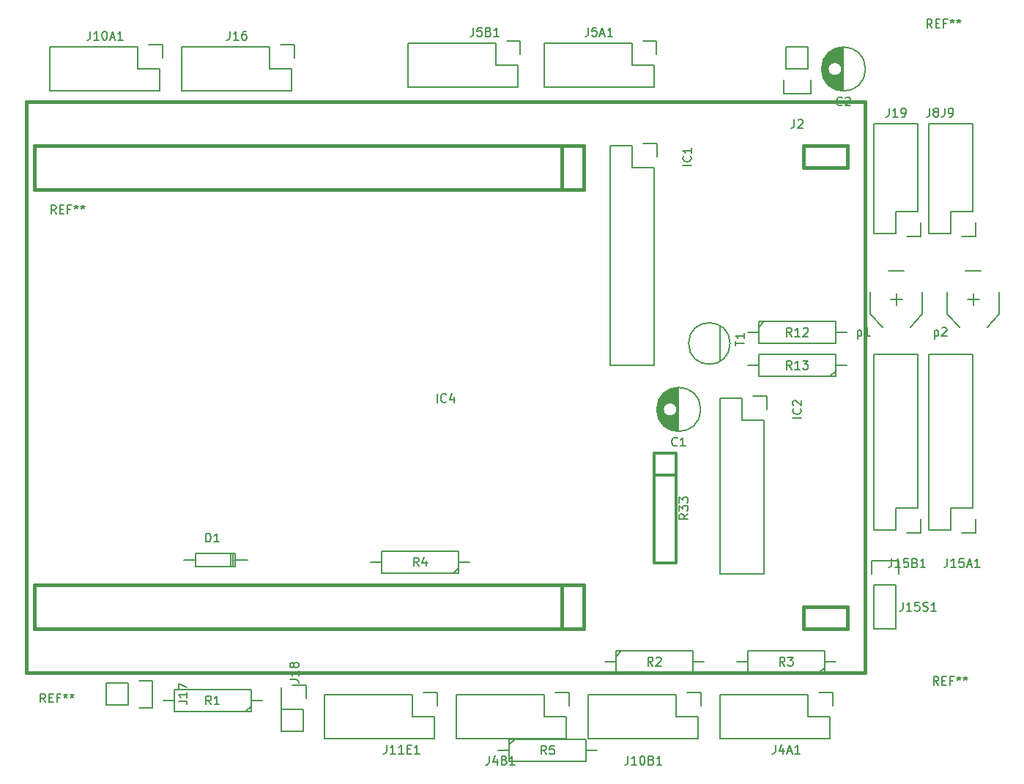
<source format=gbr>
G04 #@! TF.FileFunction,Legend,Top*
%FSLAX46Y46*%
G04 Gerber Fmt 4.6, Leading zero omitted, Abs format (unit mm)*
G04 Created by KiCad (PCBNEW 4.0.2-stable) date 15/07/2016 00:57:05*
%MOMM*%
G01*
G04 APERTURE LIST*
%ADD10C,0.100000*%
%ADD11C,0.381000*%
%ADD12C,0.150000*%
%ADD13C,0.317500*%
%ADD14C,0.304800*%
%ADD15C,0.203200*%
G04 APERTURE END LIST*
D10*
D11*
X201370000Y-106680000D02*
X196290000Y-106680000D01*
X201370000Y-109220000D02*
X201370000Y-106680000D01*
X196290000Y-109220000D02*
X201370000Y-109220000D01*
X196290000Y-106680000D02*
X196290000Y-109220000D01*
X196290000Y-53340000D02*
X196290000Y-55880000D01*
X196290000Y-55880000D02*
X201370000Y-55880000D01*
X201370000Y-55880000D02*
X201370000Y-53340000D01*
X201370000Y-53340000D02*
X196290000Y-53340000D01*
X107390000Y-104140000D02*
X170890000Y-104140000D01*
X170890000Y-104140000D02*
X170890000Y-109220000D01*
X107390000Y-104140000D02*
X107390000Y-109220000D01*
X107390000Y-109220000D02*
X170890000Y-109220000D01*
X168338500Y-104140000D02*
X168338500Y-109220000D01*
X168338500Y-53340000D02*
X168338500Y-58420000D01*
X107390000Y-58420000D02*
X170890000Y-58420000D01*
X203440000Y-48280000D02*
X106440000Y-48280000D01*
X106440000Y-114280000D02*
X203440000Y-114280000D01*
X203440000Y-114280000D02*
X203440000Y-48280000D01*
X106440000Y-114280000D02*
X106440000Y-48280000D01*
X107390000Y-53340000D02*
X107390000Y-58420000D01*
X170890000Y-53340000D02*
X170890000Y-58420000D01*
X107390000Y-53340000D02*
X170890000Y-53340000D01*
D12*
X181805000Y-86319000D02*
X181805000Y-81321000D01*
X181665000Y-86311000D02*
X181665000Y-83974000D01*
X181665000Y-83666000D02*
X181665000Y-81329000D01*
X181525000Y-86295000D02*
X181525000Y-84293000D01*
X181525000Y-83347000D02*
X181525000Y-81345000D01*
X181385000Y-86271000D02*
X181385000Y-84440000D01*
X181385000Y-83200000D02*
X181385000Y-81369000D01*
X181245000Y-86238000D02*
X181245000Y-84532000D01*
X181245000Y-83108000D02*
X181245000Y-81402000D01*
X181105000Y-86197000D02*
X181105000Y-84588000D01*
X181105000Y-83052000D02*
X181105000Y-81443000D01*
X180965000Y-86147000D02*
X180965000Y-84615000D01*
X180965000Y-83025000D02*
X180965000Y-81493000D01*
X180825000Y-86086000D02*
X180825000Y-84618000D01*
X180825000Y-83022000D02*
X180825000Y-81554000D01*
X180685000Y-86016000D02*
X180685000Y-84596000D01*
X180685000Y-83044000D02*
X180685000Y-81624000D01*
X180545000Y-85934000D02*
X180545000Y-84546000D01*
X180545000Y-83094000D02*
X180545000Y-81706000D01*
X180405000Y-85839000D02*
X180405000Y-84464000D01*
X180405000Y-83176000D02*
X180405000Y-81801000D01*
X180265000Y-85728000D02*
X180265000Y-84332000D01*
X180265000Y-83308000D02*
X180265000Y-81912000D01*
X180125000Y-85600000D02*
X180125000Y-84085000D01*
X180125000Y-83555000D02*
X180125000Y-82040000D01*
X179985000Y-85451000D02*
X179985000Y-82189000D01*
X179845000Y-85272000D02*
X179845000Y-82368000D01*
X179705000Y-85053000D02*
X179705000Y-82587000D01*
X179565000Y-84764000D02*
X179565000Y-82876000D01*
X179425000Y-84292000D02*
X179425000Y-83348000D01*
X181680000Y-83820000D02*
G75*
G03X181680000Y-83820000I-800000J0D01*
G01*
X184417500Y-83820000D02*
G75*
G03X184417500Y-83820000I-2537500J0D01*
G01*
X200855000Y-46949000D02*
X200855000Y-41951000D01*
X200715000Y-46941000D02*
X200715000Y-44604000D01*
X200715000Y-44296000D02*
X200715000Y-41959000D01*
X200575000Y-46925000D02*
X200575000Y-44923000D01*
X200575000Y-43977000D02*
X200575000Y-41975000D01*
X200435000Y-46901000D02*
X200435000Y-45070000D01*
X200435000Y-43830000D02*
X200435000Y-41999000D01*
X200295000Y-46868000D02*
X200295000Y-45162000D01*
X200295000Y-43738000D02*
X200295000Y-42032000D01*
X200155000Y-46827000D02*
X200155000Y-45218000D01*
X200155000Y-43682000D02*
X200155000Y-42073000D01*
X200015000Y-46777000D02*
X200015000Y-45245000D01*
X200015000Y-43655000D02*
X200015000Y-42123000D01*
X199875000Y-46716000D02*
X199875000Y-45248000D01*
X199875000Y-43652000D02*
X199875000Y-42184000D01*
X199735000Y-46646000D02*
X199735000Y-45226000D01*
X199735000Y-43674000D02*
X199735000Y-42254000D01*
X199595000Y-46564000D02*
X199595000Y-45176000D01*
X199595000Y-43724000D02*
X199595000Y-42336000D01*
X199455000Y-46469000D02*
X199455000Y-45094000D01*
X199455000Y-43806000D02*
X199455000Y-42431000D01*
X199315000Y-46358000D02*
X199315000Y-44962000D01*
X199315000Y-43938000D02*
X199315000Y-42542000D01*
X199175000Y-46230000D02*
X199175000Y-44715000D01*
X199175000Y-44185000D02*
X199175000Y-42670000D01*
X199035000Y-46081000D02*
X199035000Y-42819000D01*
X198895000Y-45902000D02*
X198895000Y-42998000D01*
X198755000Y-45683000D02*
X198755000Y-43217000D01*
X198615000Y-45394000D02*
X198615000Y-43506000D01*
X198475000Y-44922000D02*
X198475000Y-43978000D01*
X200730000Y-44450000D02*
G75*
G03X200730000Y-44450000I-800000J0D01*
G01*
X203467500Y-44450000D02*
G75*
G03X203467500Y-44450000I-2537500J0D01*
G01*
X126044000Y-101250000D02*
X124647000Y-101250000D01*
X130489000Y-101250000D02*
X132013000Y-101250000D01*
X130108000Y-102012000D02*
X130108000Y-100488000D01*
X130362000Y-102012000D02*
X130362000Y-100488000D01*
X130616000Y-101250000D02*
X130616000Y-100488000D01*
X130616000Y-100488000D02*
X126044000Y-100488000D01*
X126044000Y-100488000D02*
X126044000Y-102012000D01*
X126044000Y-102012000D02*
X130616000Y-102012000D01*
X130616000Y-102012000D02*
X130616000Y-101250000D01*
X173990000Y-78740000D02*
X173990000Y-53340000D01*
X179070000Y-55880000D02*
X179070000Y-78740000D01*
X173990000Y-78740000D02*
X179070000Y-78740000D01*
X173990000Y-53340000D02*
X176530000Y-53340000D01*
X179350000Y-54610000D02*
X179350000Y-53060000D01*
X176530000Y-53340000D02*
X176530000Y-55880000D01*
X176530000Y-55880000D02*
X179070000Y-55880000D01*
X179350000Y-53060000D02*
X177800000Y-53060000D01*
X186690000Y-102870000D02*
X186690000Y-82550000D01*
X191770000Y-85090000D02*
X191770000Y-102870000D01*
X186690000Y-102870000D02*
X191770000Y-102870000D01*
X186690000Y-82550000D02*
X189230000Y-82550000D01*
X192050000Y-83820000D02*
X192050000Y-82270000D01*
X189230000Y-82550000D02*
X189230000Y-85090000D01*
X189230000Y-85090000D02*
X191770000Y-85090000D01*
X192050000Y-82270000D02*
X190500000Y-82270000D01*
X194310000Y-44450000D02*
X194310000Y-41910000D01*
X194030000Y-47270000D02*
X194030000Y-45720000D01*
X194310000Y-44450000D02*
X196850000Y-44450000D01*
X197130000Y-45720000D02*
X197130000Y-47270000D01*
X197130000Y-47270000D02*
X194030000Y-47270000D01*
X196850000Y-44450000D02*
X196850000Y-41910000D01*
X196850000Y-41910000D02*
X194310000Y-41910000D01*
X199390000Y-121920000D02*
X186690000Y-121920000D01*
X186690000Y-121920000D02*
X186690000Y-116840000D01*
X186690000Y-116840000D02*
X196850000Y-116840000D01*
X199390000Y-121920000D02*
X199390000Y-119380000D01*
X199670000Y-118110000D02*
X199670000Y-116560000D01*
X199390000Y-119380000D02*
X196850000Y-119380000D01*
X196850000Y-119380000D02*
X196850000Y-116840000D01*
X199670000Y-116560000D02*
X198120000Y-116560000D01*
X168910000Y-121920000D02*
X156210000Y-121920000D01*
X156210000Y-121920000D02*
X156210000Y-116840000D01*
X156210000Y-116840000D02*
X166370000Y-116840000D01*
X168910000Y-121920000D02*
X168910000Y-119380000D01*
X169190000Y-118110000D02*
X169190000Y-116560000D01*
X168910000Y-119380000D02*
X166370000Y-119380000D01*
X166370000Y-119380000D02*
X166370000Y-116840000D01*
X169190000Y-116560000D02*
X167640000Y-116560000D01*
X179020000Y-46560000D02*
X166320000Y-46560000D01*
X166320000Y-46560000D02*
X166320000Y-41480000D01*
X166320000Y-41480000D02*
X176480000Y-41480000D01*
X179020000Y-46560000D02*
X179020000Y-44020000D01*
X179300000Y-42750000D02*
X179300000Y-41200000D01*
X179020000Y-44020000D02*
X176480000Y-44020000D01*
X176480000Y-44020000D02*
X176480000Y-41480000D01*
X179300000Y-41200000D02*
X177750000Y-41200000D01*
X163270000Y-46560000D02*
X150570000Y-46560000D01*
X150570000Y-46560000D02*
X150570000Y-41480000D01*
X150570000Y-41480000D02*
X160730000Y-41480000D01*
X163270000Y-46560000D02*
X163270000Y-44020000D01*
X163550000Y-42750000D02*
X163550000Y-41200000D01*
X163270000Y-44020000D02*
X160730000Y-44020000D01*
X160730000Y-44020000D02*
X160730000Y-41480000D01*
X163550000Y-41200000D02*
X162000000Y-41200000D01*
X210820000Y-63500000D02*
X210820000Y-50800000D01*
X210820000Y-50800000D02*
X215900000Y-50800000D01*
X215900000Y-50800000D02*
X215900000Y-60960000D01*
X210820000Y-63500000D02*
X213360000Y-63500000D01*
X214630000Y-63780000D02*
X216180000Y-63780000D01*
X213360000Y-63500000D02*
X213360000Y-60960000D01*
X213360000Y-60960000D02*
X215900000Y-60960000D01*
X216180000Y-63780000D02*
X216180000Y-62230000D01*
X121920000Y-46990000D02*
X109220000Y-46990000D01*
X109220000Y-46990000D02*
X109220000Y-41910000D01*
X109220000Y-41910000D02*
X119380000Y-41910000D01*
X121920000Y-46990000D02*
X121920000Y-44450000D01*
X122200000Y-43180000D02*
X122200000Y-41630000D01*
X121920000Y-44450000D02*
X119380000Y-44450000D01*
X119380000Y-44450000D02*
X119380000Y-41910000D01*
X122200000Y-41630000D02*
X120650000Y-41630000D01*
X184150000Y-121920000D02*
X171450000Y-121920000D01*
X171450000Y-121920000D02*
X171450000Y-116840000D01*
X171450000Y-116840000D02*
X181610000Y-116840000D01*
X184150000Y-121920000D02*
X184150000Y-119380000D01*
X184430000Y-118110000D02*
X184430000Y-116560000D01*
X184150000Y-119380000D02*
X181610000Y-119380000D01*
X181610000Y-119380000D02*
X181610000Y-116840000D01*
X184430000Y-116560000D02*
X182880000Y-116560000D01*
X153670000Y-121920000D02*
X140970000Y-121920000D01*
X140970000Y-121920000D02*
X140970000Y-116840000D01*
X140970000Y-116840000D02*
X151130000Y-116840000D01*
X153670000Y-121920000D02*
X153670000Y-119380000D01*
X153950000Y-118110000D02*
X153950000Y-116560000D01*
X153670000Y-119380000D02*
X151130000Y-119380000D01*
X151130000Y-119380000D02*
X151130000Y-116840000D01*
X153950000Y-116560000D02*
X152400000Y-116560000D01*
X210820000Y-77470000D02*
X210820000Y-97790000D01*
X215900000Y-95250000D02*
X215900000Y-77470000D01*
X210820000Y-77470000D02*
X215900000Y-77470000D01*
X210820000Y-97790000D02*
X213360000Y-97790000D01*
X214630000Y-98070000D02*
X216180000Y-98070000D01*
X213360000Y-97790000D02*
X213360000Y-95250000D01*
X213360000Y-95250000D02*
X215900000Y-95250000D01*
X216180000Y-98070000D02*
X216180000Y-96520000D01*
X204470000Y-77470000D02*
X204470000Y-97790000D01*
X209550000Y-95250000D02*
X209550000Y-77470000D01*
X204470000Y-77470000D02*
X209550000Y-77470000D01*
X204470000Y-97790000D02*
X207010000Y-97790000D01*
X208280000Y-98070000D02*
X209830000Y-98070000D01*
X207010000Y-97790000D02*
X207010000Y-95250000D01*
X207010000Y-95250000D02*
X209550000Y-95250000D01*
X209830000Y-98070000D02*
X209830000Y-96520000D01*
X204470000Y-104140000D02*
X204470000Y-109220000D01*
X204470000Y-109220000D02*
X207010000Y-109220000D01*
X207010000Y-109220000D02*
X207010000Y-104140000D01*
X207290000Y-101320000D02*
X207290000Y-102870000D01*
X207010000Y-104140000D02*
X204470000Y-104140000D01*
X204190000Y-102870000D02*
X204190000Y-101320000D01*
X204190000Y-101320000D02*
X207290000Y-101320000D01*
X137160000Y-46990000D02*
X124460000Y-46990000D01*
X124460000Y-46990000D02*
X124460000Y-41910000D01*
X124460000Y-41910000D02*
X134620000Y-41910000D01*
X137160000Y-46990000D02*
X137160000Y-44450000D01*
X137440000Y-43180000D02*
X137440000Y-41630000D01*
X137160000Y-44450000D02*
X134620000Y-44450000D01*
X134620000Y-44450000D02*
X134620000Y-41910000D01*
X137440000Y-41630000D02*
X135890000Y-41630000D01*
X118230000Y-118020000D02*
X115690000Y-118020000D01*
X121050000Y-118300000D02*
X119500000Y-118300000D01*
X118230000Y-118020000D02*
X118230000Y-115480000D01*
X119500000Y-115200000D02*
X121050000Y-115200000D01*
X121050000Y-115200000D02*
X121050000Y-118300000D01*
X118230000Y-115480000D02*
X115690000Y-115480000D01*
X115690000Y-115480000D02*
X115690000Y-118020000D01*
X204470000Y-63500000D02*
X204470000Y-50800000D01*
X204470000Y-50800000D02*
X209550000Y-50800000D01*
X209550000Y-50800000D02*
X209550000Y-60960000D01*
X204470000Y-63500000D02*
X207010000Y-63500000D01*
X208280000Y-63780000D02*
X209830000Y-63780000D01*
X207010000Y-63500000D02*
X207010000Y-60960000D01*
X207010000Y-60960000D02*
X209550000Y-60960000D01*
X209830000Y-63780000D02*
X209830000Y-62230000D01*
D13*
X181610000Y-88900000D02*
X181610000Y-101600000D01*
X179070000Y-101600000D02*
X179070000Y-88900000D01*
D14*
X181610000Y-91440000D02*
X179070000Y-91440000D01*
D13*
X181610000Y-101600000D02*
X179070000Y-101600000D01*
D14*
X179070000Y-88900000D02*
X181610000Y-88900000D01*
D12*
X132445000Y-118770000D02*
X132445000Y-116230000D01*
X132445000Y-116230000D02*
X123555000Y-116230000D01*
X123555000Y-116230000D02*
X123555000Y-118770000D01*
X123555000Y-118770000D02*
X132445000Y-118770000D01*
X132445000Y-118135000D02*
X131810000Y-118770000D01*
X132445000Y-117500000D02*
X133715000Y-117500000D01*
X123555000Y-117500000D02*
X122285000Y-117500000D01*
X198755000Y-114300000D02*
X198755000Y-111760000D01*
X198755000Y-111760000D02*
X189865000Y-111760000D01*
X189865000Y-111760000D02*
X189865000Y-114300000D01*
X189865000Y-114300000D02*
X198755000Y-114300000D01*
X198755000Y-113665000D02*
X198120000Y-114300000D01*
X198755000Y-113030000D02*
X200025000Y-113030000D01*
X189865000Y-113030000D02*
X188595000Y-113030000D01*
X162305000Y-121980000D02*
X162305000Y-124520000D01*
X162305000Y-124520000D02*
X171195000Y-124520000D01*
X171195000Y-124520000D02*
X171195000Y-121980000D01*
X171195000Y-121980000D02*
X162305000Y-121980000D01*
X162305000Y-122615000D02*
X162940000Y-121980000D01*
X162305000Y-123250000D02*
X161035000Y-123250000D01*
X171195000Y-123250000D02*
X172465000Y-123250000D01*
X200025000Y-80010000D02*
X200025000Y-77470000D01*
X200025000Y-77470000D02*
X191135000Y-77470000D01*
X191135000Y-77470000D02*
X191135000Y-80010000D01*
X191135000Y-80010000D02*
X200025000Y-80010000D01*
X200025000Y-79375000D02*
X199390000Y-80010000D01*
X200025000Y-78740000D02*
X201295000Y-78740000D01*
X191135000Y-78740000D02*
X189865000Y-78740000D01*
X156445000Y-102770000D02*
X156445000Y-100230000D01*
X156445000Y-100230000D02*
X147555000Y-100230000D01*
X147555000Y-100230000D02*
X147555000Y-102770000D01*
X147555000Y-102770000D02*
X156445000Y-102770000D01*
X156445000Y-102135000D02*
X155810000Y-102770000D01*
X156445000Y-101500000D02*
X157715000Y-101500000D01*
X147555000Y-101500000D02*
X146285000Y-101500000D01*
X174625000Y-111760000D02*
X174625000Y-114300000D01*
X174625000Y-114300000D02*
X183515000Y-114300000D01*
X183515000Y-114300000D02*
X183515000Y-111760000D01*
X183515000Y-111760000D02*
X174625000Y-111760000D01*
X174625000Y-112395000D02*
X175260000Y-111760000D01*
X174625000Y-113030000D02*
X173355000Y-113030000D01*
X183515000Y-113030000D02*
X184785000Y-113030000D01*
X191135000Y-73660000D02*
X191135000Y-76200000D01*
X191135000Y-76200000D02*
X200025000Y-76200000D01*
X200025000Y-76200000D02*
X200025000Y-73660000D01*
X200025000Y-73660000D02*
X191135000Y-73660000D01*
X191135000Y-74295000D02*
X191770000Y-73660000D01*
X191135000Y-74930000D02*
X189865000Y-74930000D01*
X200025000Y-74930000D02*
X201295000Y-74930000D01*
X216839800Y-67828160D02*
X215041480Y-67828160D01*
X215940640Y-70378320D02*
X215940640Y-71780400D01*
X216641680Y-71079360D02*
X215239600Y-71079360D01*
X214340440Y-74330560D02*
X212940900Y-72778620D01*
X212940900Y-72778620D02*
X212940900Y-70279260D01*
X217540840Y-74330560D02*
X218940380Y-72778620D01*
X218940380Y-72778620D02*
X218940380Y-70279260D01*
X207949800Y-67828160D02*
X206151480Y-67828160D01*
X207050640Y-70378320D02*
X207050640Y-71780400D01*
X207751680Y-71079360D02*
X206349600Y-71079360D01*
X205450440Y-74330560D02*
X204050900Y-72778620D01*
X204050900Y-72778620D02*
X204050900Y-70279260D01*
X208650840Y-74330560D02*
X210050380Y-72778620D01*
X210050380Y-72778620D02*
X210050380Y-70279260D01*
X137250000Y-115700000D02*
X138800000Y-115700000D01*
X138800000Y-117250000D02*
X138800000Y-115700000D01*
X135980000Y-115980000D02*
X135980000Y-118520000D01*
X138520000Y-121060000D02*
X138520000Y-118520000D01*
X138520000Y-118520000D02*
X135980000Y-118520000D01*
X135980000Y-118520000D02*
X135980000Y-121060000D01*
X135980000Y-121060000D02*
X138520000Y-121060000D01*
X186690000Y-78232000D02*
X186690000Y-74168000D01*
X187816231Y-76200000D02*
G75*
G03X187816231Y-76200000I-2396231J0D01*
G01*
X109916667Y-61202381D02*
X109583333Y-60726190D01*
X109345238Y-61202381D02*
X109345238Y-60202381D01*
X109726191Y-60202381D01*
X109821429Y-60250000D01*
X109869048Y-60297619D01*
X109916667Y-60392857D01*
X109916667Y-60535714D01*
X109869048Y-60630952D01*
X109821429Y-60678571D01*
X109726191Y-60726190D01*
X109345238Y-60726190D01*
X110345238Y-60678571D02*
X110678572Y-60678571D01*
X110821429Y-61202381D02*
X110345238Y-61202381D01*
X110345238Y-60202381D01*
X110821429Y-60202381D01*
X111583334Y-60678571D02*
X111250000Y-60678571D01*
X111250000Y-61202381D02*
X111250000Y-60202381D01*
X111726191Y-60202381D01*
X112250000Y-60202381D02*
X112250000Y-60440476D01*
X112011905Y-60345238D02*
X112250000Y-60440476D01*
X112488096Y-60345238D01*
X112107143Y-60630952D02*
X112250000Y-60440476D01*
X112392858Y-60630952D01*
X113011905Y-60202381D02*
X113011905Y-60440476D01*
X112773810Y-60345238D02*
X113011905Y-60440476D01*
X113250001Y-60345238D01*
X112869048Y-60630952D02*
X113011905Y-60440476D01*
X113154763Y-60630952D01*
D15*
X153948191Y-83009619D02*
X153948191Y-81993619D01*
X155012572Y-82912857D02*
X154964191Y-82961238D01*
X154819048Y-83009619D01*
X154722286Y-83009619D01*
X154577144Y-82961238D01*
X154480382Y-82864476D01*
X154432001Y-82767714D01*
X154383620Y-82574190D01*
X154383620Y-82429048D01*
X154432001Y-82235524D01*
X154480382Y-82138762D01*
X154577144Y-82042000D01*
X154722286Y-81993619D01*
X154819048Y-81993619D01*
X154964191Y-82042000D01*
X155012572Y-82090381D01*
X155883429Y-82332286D02*
X155883429Y-83009619D01*
X155641525Y-81945238D02*
X155399620Y-82670952D01*
X156028572Y-82670952D01*
D12*
X181713334Y-87977143D02*
X181665715Y-88024762D01*
X181522858Y-88072381D01*
X181427620Y-88072381D01*
X181284762Y-88024762D01*
X181189524Y-87929524D01*
X181141905Y-87834286D01*
X181094286Y-87643810D01*
X181094286Y-87500952D01*
X181141905Y-87310476D01*
X181189524Y-87215238D01*
X181284762Y-87120000D01*
X181427620Y-87072381D01*
X181522858Y-87072381D01*
X181665715Y-87120000D01*
X181713334Y-87167619D01*
X182665715Y-88072381D02*
X182094286Y-88072381D01*
X182380000Y-88072381D02*
X182380000Y-87072381D01*
X182284762Y-87215238D01*
X182189524Y-87310476D01*
X182094286Y-87358095D01*
X200763334Y-48607143D02*
X200715715Y-48654762D01*
X200572858Y-48702381D01*
X200477620Y-48702381D01*
X200334762Y-48654762D01*
X200239524Y-48559524D01*
X200191905Y-48464286D01*
X200144286Y-48273810D01*
X200144286Y-48130952D01*
X200191905Y-47940476D01*
X200239524Y-47845238D01*
X200334762Y-47750000D01*
X200477620Y-47702381D01*
X200572858Y-47702381D01*
X200715715Y-47750000D01*
X200763334Y-47797619D01*
X201144286Y-47797619D02*
X201191905Y-47750000D01*
X201287143Y-47702381D01*
X201525239Y-47702381D01*
X201620477Y-47750000D01*
X201668096Y-47797619D01*
X201715715Y-47892857D01*
X201715715Y-47988095D01*
X201668096Y-48130952D01*
X201096667Y-48702381D01*
X201715715Y-48702381D01*
X127241905Y-99162381D02*
X127241905Y-98162381D01*
X127480000Y-98162381D01*
X127622858Y-98210000D01*
X127718096Y-98305238D01*
X127765715Y-98400476D01*
X127813334Y-98590952D01*
X127813334Y-98733810D01*
X127765715Y-98924286D01*
X127718096Y-99019524D01*
X127622858Y-99114762D01*
X127480000Y-99162381D01*
X127241905Y-99162381D01*
X128765715Y-99162381D02*
X128194286Y-99162381D01*
X128480000Y-99162381D02*
X128480000Y-98162381D01*
X128384762Y-98305238D01*
X128289524Y-98400476D01*
X128194286Y-98448095D01*
X183352381Y-55586190D02*
X182352381Y-55586190D01*
X183257143Y-54538571D02*
X183304762Y-54586190D01*
X183352381Y-54729047D01*
X183352381Y-54824285D01*
X183304762Y-54967143D01*
X183209524Y-55062381D01*
X183114286Y-55110000D01*
X182923810Y-55157619D01*
X182780952Y-55157619D01*
X182590476Y-55110000D01*
X182495238Y-55062381D01*
X182400000Y-54967143D01*
X182352381Y-54824285D01*
X182352381Y-54729047D01*
X182400000Y-54586190D01*
X182447619Y-54538571D01*
X183352381Y-53586190D02*
X183352381Y-54157619D01*
X183352381Y-53871905D02*
X182352381Y-53871905D01*
X182495238Y-53967143D01*
X182590476Y-54062381D01*
X182638095Y-54157619D01*
X196052381Y-84796190D02*
X195052381Y-84796190D01*
X195957143Y-83748571D02*
X196004762Y-83796190D01*
X196052381Y-83939047D01*
X196052381Y-84034285D01*
X196004762Y-84177143D01*
X195909524Y-84272381D01*
X195814286Y-84320000D01*
X195623810Y-84367619D01*
X195480952Y-84367619D01*
X195290476Y-84320000D01*
X195195238Y-84272381D01*
X195100000Y-84177143D01*
X195052381Y-84034285D01*
X195052381Y-83939047D01*
X195100000Y-83796190D01*
X195147619Y-83748571D01*
X195147619Y-83367619D02*
X195100000Y-83320000D01*
X195052381Y-83224762D01*
X195052381Y-82986666D01*
X195100000Y-82891428D01*
X195147619Y-82843809D01*
X195242857Y-82796190D01*
X195338095Y-82796190D01*
X195480952Y-82843809D01*
X196052381Y-83415238D01*
X196052381Y-82796190D01*
X195246667Y-50272381D02*
X195246667Y-50986667D01*
X195199047Y-51129524D01*
X195103809Y-51224762D01*
X194960952Y-51272381D01*
X194865714Y-51272381D01*
X195675238Y-50367619D02*
X195722857Y-50320000D01*
X195818095Y-50272381D01*
X196056191Y-50272381D01*
X196151429Y-50320000D01*
X196199048Y-50367619D01*
X196246667Y-50462857D01*
X196246667Y-50558095D01*
X196199048Y-50700952D01*
X195627619Y-51272381D01*
X196246667Y-51272381D01*
X193071905Y-122642381D02*
X193071905Y-123356667D01*
X193024285Y-123499524D01*
X192929047Y-123594762D01*
X192786190Y-123642381D01*
X192690952Y-123642381D01*
X193976667Y-122975714D02*
X193976667Y-123642381D01*
X193738571Y-122594762D02*
X193500476Y-123309048D01*
X194119524Y-123309048D01*
X194452857Y-123356667D02*
X194929048Y-123356667D01*
X194357619Y-123642381D02*
X194690952Y-122642381D01*
X195024286Y-123642381D01*
X195881429Y-123642381D02*
X195310000Y-123642381D01*
X195595714Y-123642381D02*
X195595714Y-122642381D01*
X195500476Y-122785238D01*
X195405238Y-122880476D01*
X195310000Y-122928095D01*
X159980477Y-123912381D02*
X159980477Y-124626667D01*
X159932857Y-124769524D01*
X159837619Y-124864762D01*
X159694762Y-124912381D01*
X159599524Y-124912381D01*
X160885239Y-124245714D02*
X160885239Y-124912381D01*
X160647143Y-123864762D02*
X160409048Y-124579048D01*
X161028096Y-124579048D01*
X161742382Y-124388571D02*
X161885239Y-124436190D01*
X161932858Y-124483810D01*
X161980477Y-124579048D01*
X161980477Y-124721905D01*
X161932858Y-124817143D01*
X161885239Y-124864762D01*
X161790001Y-124912381D01*
X161409048Y-124912381D01*
X161409048Y-123912381D01*
X161742382Y-123912381D01*
X161837620Y-123960000D01*
X161885239Y-124007619D01*
X161932858Y-124102857D01*
X161932858Y-124198095D01*
X161885239Y-124293333D01*
X161837620Y-124340952D01*
X161742382Y-124388571D01*
X161409048Y-124388571D01*
X162932858Y-124912381D02*
X162361429Y-124912381D01*
X162647143Y-124912381D02*
X162647143Y-123912381D01*
X162551905Y-124055238D01*
X162456667Y-124150476D01*
X162361429Y-124198095D01*
X171431905Y-39662381D02*
X171431905Y-40376667D01*
X171384285Y-40519524D01*
X171289047Y-40614762D01*
X171146190Y-40662381D01*
X171050952Y-40662381D01*
X172384286Y-39662381D02*
X171908095Y-39662381D01*
X171860476Y-40138571D01*
X171908095Y-40090952D01*
X172003333Y-40043333D01*
X172241429Y-40043333D01*
X172336667Y-40090952D01*
X172384286Y-40138571D01*
X172431905Y-40233810D01*
X172431905Y-40471905D01*
X172384286Y-40567143D01*
X172336667Y-40614762D01*
X172241429Y-40662381D01*
X172003333Y-40662381D01*
X171908095Y-40614762D01*
X171860476Y-40567143D01*
X172812857Y-40376667D02*
X173289048Y-40376667D01*
X172717619Y-40662381D02*
X173050952Y-39662381D01*
X173384286Y-40662381D01*
X174241429Y-40662381D02*
X173670000Y-40662381D01*
X173955714Y-40662381D02*
X173955714Y-39662381D01*
X173860476Y-39805238D01*
X173765238Y-39900476D01*
X173670000Y-39948095D01*
X158150477Y-39662381D02*
X158150477Y-40376667D01*
X158102857Y-40519524D01*
X158007619Y-40614762D01*
X157864762Y-40662381D01*
X157769524Y-40662381D01*
X159102858Y-39662381D02*
X158626667Y-39662381D01*
X158579048Y-40138571D01*
X158626667Y-40090952D01*
X158721905Y-40043333D01*
X158960001Y-40043333D01*
X159055239Y-40090952D01*
X159102858Y-40138571D01*
X159150477Y-40233810D01*
X159150477Y-40471905D01*
X159102858Y-40567143D01*
X159055239Y-40614762D01*
X158960001Y-40662381D01*
X158721905Y-40662381D01*
X158626667Y-40614762D01*
X158579048Y-40567143D01*
X159912382Y-40138571D02*
X160055239Y-40186190D01*
X160102858Y-40233810D01*
X160150477Y-40329048D01*
X160150477Y-40471905D01*
X160102858Y-40567143D01*
X160055239Y-40614762D01*
X159960001Y-40662381D01*
X159579048Y-40662381D01*
X159579048Y-39662381D01*
X159912382Y-39662381D01*
X160007620Y-39710000D01*
X160055239Y-39757619D01*
X160102858Y-39852857D01*
X160102858Y-39948095D01*
X160055239Y-40043333D01*
X160007620Y-40090952D01*
X159912382Y-40138571D01*
X159579048Y-40138571D01*
X161102858Y-40662381D02*
X160531429Y-40662381D01*
X160817143Y-40662381D02*
X160817143Y-39662381D01*
X160721905Y-39805238D01*
X160626667Y-39900476D01*
X160531429Y-39948095D01*
X210899524Y-48982381D02*
X210899524Y-49696667D01*
X210851904Y-49839524D01*
X210756666Y-49934762D01*
X210613809Y-49982381D01*
X210518571Y-49982381D01*
X211518571Y-49410952D02*
X211423333Y-49363333D01*
X211375714Y-49315714D01*
X211328095Y-49220476D01*
X211328095Y-49172857D01*
X211375714Y-49077619D01*
X211423333Y-49030000D01*
X211518571Y-48982381D01*
X211709048Y-48982381D01*
X211804286Y-49030000D01*
X211851905Y-49077619D01*
X211899524Y-49172857D01*
X211899524Y-49220476D01*
X211851905Y-49315714D01*
X211804286Y-49363333D01*
X211709048Y-49410952D01*
X211518571Y-49410952D01*
X211423333Y-49458571D01*
X211375714Y-49506190D01*
X211328095Y-49601429D01*
X211328095Y-49791905D01*
X211375714Y-49887143D01*
X211423333Y-49934762D01*
X211518571Y-49982381D01*
X211709048Y-49982381D01*
X211804286Y-49934762D01*
X211851905Y-49887143D01*
X211899524Y-49791905D01*
X211899524Y-49601429D01*
X211851905Y-49506190D01*
X211804286Y-49458571D01*
X211709048Y-49410952D01*
X212613810Y-48982381D02*
X212613810Y-49696667D01*
X212566190Y-49839524D01*
X212470952Y-49934762D01*
X212328095Y-49982381D01*
X212232857Y-49982381D01*
X213137619Y-49982381D02*
X213328095Y-49982381D01*
X213423334Y-49934762D01*
X213470953Y-49887143D01*
X213566191Y-49744286D01*
X213613810Y-49553810D01*
X213613810Y-49172857D01*
X213566191Y-49077619D01*
X213518572Y-49030000D01*
X213423334Y-48982381D01*
X213232857Y-48982381D01*
X213137619Y-49030000D01*
X213090000Y-49077619D01*
X213042381Y-49172857D01*
X213042381Y-49410952D01*
X213090000Y-49506190D01*
X213137619Y-49553810D01*
X213232857Y-49601429D01*
X213423334Y-49601429D01*
X213518572Y-49553810D01*
X213566191Y-49506190D01*
X213613810Y-49410952D01*
X113855715Y-40092381D02*
X113855715Y-40806667D01*
X113808095Y-40949524D01*
X113712857Y-41044762D01*
X113570000Y-41092381D01*
X113474762Y-41092381D01*
X114855715Y-41092381D02*
X114284286Y-41092381D01*
X114570000Y-41092381D02*
X114570000Y-40092381D01*
X114474762Y-40235238D01*
X114379524Y-40330476D01*
X114284286Y-40378095D01*
X115474762Y-40092381D02*
X115570001Y-40092381D01*
X115665239Y-40140000D01*
X115712858Y-40187619D01*
X115760477Y-40282857D01*
X115808096Y-40473333D01*
X115808096Y-40711429D01*
X115760477Y-40901905D01*
X115712858Y-40997143D01*
X115665239Y-41044762D01*
X115570001Y-41092381D01*
X115474762Y-41092381D01*
X115379524Y-41044762D01*
X115331905Y-40997143D01*
X115284286Y-40901905D01*
X115236667Y-40711429D01*
X115236667Y-40473333D01*
X115284286Y-40282857D01*
X115331905Y-40187619D01*
X115379524Y-40140000D01*
X115474762Y-40092381D01*
X116189048Y-40806667D02*
X116665239Y-40806667D01*
X116093810Y-41092381D02*
X116427143Y-40092381D01*
X116760477Y-41092381D01*
X117617620Y-41092381D02*
X117046191Y-41092381D01*
X117331905Y-41092381D02*
X117331905Y-40092381D01*
X117236667Y-40235238D01*
X117141429Y-40330476D01*
X117046191Y-40378095D01*
X176014286Y-123912381D02*
X176014286Y-124626667D01*
X175966666Y-124769524D01*
X175871428Y-124864762D01*
X175728571Y-124912381D01*
X175633333Y-124912381D01*
X177014286Y-124912381D02*
X176442857Y-124912381D01*
X176728571Y-124912381D02*
X176728571Y-123912381D01*
X176633333Y-124055238D01*
X176538095Y-124150476D01*
X176442857Y-124198095D01*
X177633333Y-123912381D02*
X177728572Y-123912381D01*
X177823810Y-123960000D01*
X177871429Y-124007619D01*
X177919048Y-124102857D01*
X177966667Y-124293333D01*
X177966667Y-124531429D01*
X177919048Y-124721905D01*
X177871429Y-124817143D01*
X177823810Y-124864762D01*
X177728572Y-124912381D01*
X177633333Y-124912381D01*
X177538095Y-124864762D01*
X177490476Y-124817143D01*
X177442857Y-124721905D01*
X177395238Y-124531429D01*
X177395238Y-124293333D01*
X177442857Y-124102857D01*
X177490476Y-124007619D01*
X177538095Y-123960000D01*
X177633333Y-123912381D01*
X178728572Y-124388571D02*
X178871429Y-124436190D01*
X178919048Y-124483810D01*
X178966667Y-124579048D01*
X178966667Y-124721905D01*
X178919048Y-124817143D01*
X178871429Y-124864762D01*
X178776191Y-124912381D01*
X178395238Y-124912381D01*
X178395238Y-123912381D01*
X178728572Y-123912381D01*
X178823810Y-123960000D01*
X178871429Y-124007619D01*
X178919048Y-124102857D01*
X178919048Y-124198095D01*
X178871429Y-124293333D01*
X178823810Y-124340952D01*
X178728572Y-124388571D01*
X178395238Y-124388571D01*
X179919048Y-124912381D02*
X179347619Y-124912381D01*
X179633333Y-124912381D02*
X179633333Y-123912381D01*
X179538095Y-124055238D01*
X179442857Y-124150476D01*
X179347619Y-124198095D01*
X148121905Y-122642381D02*
X148121905Y-123356667D01*
X148074285Y-123499524D01*
X147979047Y-123594762D01*
X147836190Y-123642381D01*
X147740952Y-123642381D01*
X149121905Y-123642381D02*
X148550476Y-123642381D01*
X148836190Y-123642381D02*
X148836190Y-122642381D01*
X148740952Y-122785238D01*
X148645714Y-122880476D01*
X148550476Y-122928095D01*
X150074286Y-123642381D02*
X149502857Y-123642381D01*
X149788571Y-123642381D02*
X149788571Y-122642381D01*
X149693333Y-122785238D01*
X149598095Y-122880476D01*
X149502857Y-122928095D01*
X150502857Y-123118571D02*
X150836191Y-123118571D01*
X150979048Y-123642381D02*
X150502857Y-123642381D01*
X150502857Y-122642381D01*
X150979048Y-122642381D01*
X151931429Y-123642381D02*
X151360000Y-123642381D01*
X151645714Y-123642381D02*
X151645714Y-122642381D01*
X151550476Y-122785238D01*
X151455238Y-122880476D01*
X151360000Y-122928095D01*
X212915715Y-101072381D02*
X212915715Y-101786667D01*
X212868095Y-101929524D01*
X212772857Y-102024762D01*
X212630000Y-102072381D01*
X212534762Y-102072381D01*
X213915715Y-102072381D02*
X213344286Y-102072381D01*
X213630000Y-102072381D02*
X213630000Y-101072381D01*
X213534762Y-101215238D01*
X213439524Y-101310476D01*
X213344286Y-101358095D01*
X214820477Y-101072381D02*
X214344286Y-101072381D01*
X214296667Y-101548571D01*
X214344286Y-101500952D01*
X214439524Y-101453333D01*
X214677620Y-101453333D01*
X214772858Y-101500952D01*
X214820477Y-101548571D01*
X214868096Y-101643810D01*
X214868096Y-101881905D01*
X214820477Y-101977143D01*
X214772858Y-102024762D01*
X214677620Y-102072381D01*
X214439524Y-102072381D01*
X214344286Y-102024762D01*
X214296667Y-101977143D01*
X215249048Y-101786667D02*
X215725239Y-101786667D01*
X215153810Y-102072381D02*
X215487143Y-101072381D01*
X215820477Y-102072381D01*
X216677620Y-102072381D02*
X216106191Y-102072381D01*
X216391905Y-102072381D02*
X216391905Y-101072381D01*
X216296667Y-101215238D01*
X216201429Y-101310476D01*
X216106191Y-101358095D01*
X206494286Y-101072381D02*
X206494286Y-101786667D01*
X206446666Y-101929524D01*
X206351428Y-102024762D01*
X206208571Y-102072381D01*
X206113333Y-102072381D01*
X207494286Y-102072381D02*
X206922857Y-102072381D01*
X207208571Y-102072381D02*
X207208571Y-101072381D01*
X207113333Y-101215238D01*
X207018095Y-101310476D01*
X206922857Y-101358095D01*
X208399048Y-101072381D02*
X207922857Y-101072381D01*
X207875238Y-101548571D01*
X207922857Y-101500952D01*
X208018095Y-101453333D01*
X208256191Y-101453333D01*
X208351429Y-101500952D01*
X208399048Y-101548571D01*
X208446667Y-101643810D01*
X208446667Y-101881905D01*
X208399048Y-101977143D01*
X208351429Y-102024762D01*
X208256191Y-102072381D01*
X208018095Y-102072381D01*
X207922857Y-102024762D01*
X207875238Y-101977143D01*
X209208572Y-101548571D02*
X209351429Y-101596190D01*
X209399048Y-101643810D01*
X209446667Y-101739048D01*
X209446667Y-101881905D01*
X209399048Y-101977143D01*
X209351429Y-102024762D01*
X209256191Y-102072381D01*
X208875238Y-102072381D01*
X208875238Y-101072381D01*
X209208572Y-101072381D01*
X209303810Y-101120000D01*
X209351429Y-101167619D01*
X209399048Y-101262857D01*
X209399048Y-101358095D01*
X209351429Y-101453333D01*
X209303810Y-101500952D01*
X209208572Y-101548571D01*
X208875238Y-101548571D01*
X210399048Y-102072381D02*
X209827619Y-102072381D01*
X210113333Y-102072381D02*
X210113333Y-101072381D01*
X210018095Y-101215238D01*
X209922857Y-101310476D01*
X209827619Y-101358095D01*
X207788096Y-106132381D02*
X207788096Y-106846667D01*
X207740476Y-106989524D01*
X207645238Y-107084762D01*
X207502381Y-107132381D01*
X207407143Y-107132381D01*
X208788096Y-107132381D02*
X208216667Y-107132381D01*
X208502381Y-107132381D02*
X208502381Y-106132381D01*
X208407143Y-106275238D01*
X208311905Y-106370476D01*
X208216667Y-106418095D01*
X209692858Y-106132381D02*
X209216667Y-106132381D01*
X209169048Y-106608571D01*
X209216667Y-106560952D01*
X209311905Y-106513333D01*
X209550001Y-106513333D01*
X209645239Y-106560952D01*
X209692858Y-106608571D01*
X209740477Y-106703810D01*
X209740477Y-106941905D01*
X209692858Y-107037143D01*
X209645239Y-107084762D01*
X209550001Y-107132381D01*
X209311905Y-107132381D01*
X209216667Y-107084762D01*
X209169048Y-107037143D01*
X210121429Y-107084762D02*
X210264286Y-107132381D01*
X210502382Y-107132381D01*
X210597620Y-107084762D01*
X210645239Y-107037143D01*
X210692858Y-106941905D01*
X210692858Y-106846667D01*
X210645239Y-106751429D01*
X210597620Y-106703810D01*
X210502382Y-106656190D01*
X210311905Y-106608571D01*
X210216667Y-106560952D01*
X210169048Y-106513333D01*
X210121429Y-106418095D01*
X210121429Y-106322857D01*
X210169048Y-106227619D01*
X210216667Y-106180000D01*
X210311905Y-106132381D01*
X210550001Y-106132381D01*
X210692858Y-106180000D01*
X211645239Y-107132381D02*
X211073810Y-107132381D01*
X211359524Y-107132381D02*
X211359524Y-106132381D01*
X211264286Y-106275238D01*
X211169048Y-106370476D01*
X211073810Y-106418095D01*
X130000477Y-40092381D02*
X130000477Y-40806667D01*
X129952857Y-40949524D01*
X129857619Y-41044762D01*
X129714762Y-41092381D01*
X129619524Y-41092381D01*
X131000477Y-41092381D02*
X130429048Y-41092381D01*
X130714762Y-41092381D02*
X130714762Y-40092381D01*
X130619524Y-40235238D01*
X130524286Y-40330476D01*
X130429048Y-40378095D01*
X131857620Y-40092381D02*
X131667143Y-40092381D01*
X131571905Y-40140000D01*
X131524286Y-40187619D01*
X131429048Y-40330476D01*
X131381429Y-40520952D01*
X131381429Y-40901905D01*
X131429048Y-40997143D01*
X131476667Y-41044762D01*
X131571905Y-41092381D01*
X131762382Y-41092381D01*
X131857620Y-41044762D01*
X131905239Y-40997143D01*
X131952858Y-40901905D01*
X131952858Y-40663810D01*
X131905239Y-40568571D01*
X131857620Y-40520952D01*
X131762382Y-40473333D01*
X131571905Y-40473333D01*
X131476667Y-40520952D01*
X131429048Y-40568571D01*
X131381429Y-40663810D01*
X124052381Y-117559523D02*
X124766667Y-117559523D01*
X124909524Y-117607143D01*
X125004762Y-117702381D01*
X125052381Y-117845238D01*
X125052381Y-117940476D01*
X125052381Y-116559523D02*
X125052381Y-117130952D01*
X125052381Y-116845238D02*
X124052381Y-116845238D01*
X124195238Y-116940476D01*
X124290476Y-117035714D01*
X124338095Y-117130952D01*
X124052381Y-116226190D02*
X124052381Y-115559523D01*
X125052381Y-115988095D01*
X206200477Y-48982381D02*
X206200477Y-49696667D01*
X206152857Y-49839524D01*
X206057619Y-49934762D01*
X205914762Y-49982381D01*
X205819524Y-49982381D01*
X207200477Y-49982381D02*
X206629048Y-49982381D01*
X206914762Y-49982381D02*
X206914762Y-48982381D01*
X206819524Y-49125238D01*
X206724286Y-49220476D01*
X206629048Y-49268095D01*
X207676667Y-49982381D02*
X207867143Y-49982381D01*
X207962382Y-49934762D01*
X208010001Y-49887143D01*
X208105239Y-49744286D01*
X208152858Y-49553810D01*
X208152858Y-49172857D01*
X208105239Y-49077619D01*
X208057620Y-49030000D01*
X207962382Y-48982381D01*
X207771905Y-48982381D01*
X207676667Y-49030000D01*
X207629048Y-49077619D01*
X207581429Y-49172857D01*
X207581429Y-49410952D01*
X207629048Y-49506190D01*
X207676667Y-49553810D01*
X207771905Y-49601429D01*
X207962382Y-49601429D01*
X208057620Y-49553810D01*
X208105239Y-49506190D01*
X208152858Y-49410952D01*
D15*
X182958619Y-95903143D02*
X182474810Y-96241809D01*
X182958619Y-96483714D02*
X181942619Y-96483714D01*
X181942619Y-96096667D01*
X181991000Y-95999905D01*
X182039381Y-95951524D01*
X182136143Y-95903143D01*
X182281286Y-95903143D01*
X182378048Y-95951524D01*
X182426429Y-95999905D01*
X182474810Y-96096667D01*
X182474810Y-96483714D01*
X181942619Y-95564476D02*
X181942619Y-94935524D01*
X182329667Y-95274190D01*
X182329667Y-95129048D01*
X182378048Y-95032286D01*
X182426429Y-94983905D01*
X182523190Y-94935524D01*
X182765095Y-94935524D01*
X182861857Y-94983905D01*
X182910238Y-95032286D01*
X182958619Y-95129048D01*
X182958619Y-95419333D01*
X182910238Y-95516095D01*
X182861857Y-95564476D01*
X181942619Y-94596857D02*
X181942619Y-93967905D01*
X182329667Y-94306571D01*
X182329667Y-94161429D01*
X182378048Y-94064667D01*
X182426429Y-94016286D01*
X182523190Y-93967905D01*
X182765095Y-93967905D01*
X182861857Y-94016286D01*
X182910238Y-94064667D01*
X182958619Y-94161429D01*
X182958619Y-94451714D01*
X182910238Y-94548476D01*
X182861857Y-94596857D01*
D12*
X127833334Y-117952381D02*
X127500000Y-117476190D01*
X127261905Y-117952381D02*
X127261905Y-116952381D01*
X127642858Y-116952381D01*
X127738096Y-117000000D01*
X127785715Y-117047619D01*
X127833334Y-117142857D01*
X127833334Y-117285714D01*
X127785715Y-117380952D01*
X127738096Y-117428571D01*
X127642858Y-117476190D01*
X127261905Y-117476190D01*
X128785715Y-117952381D02*
X128214286Y-117952381D01*
X128500000Y-117952381D02*
X128500000Y-116952381D01*
X128404762Y-117095238D01*
X128309524Y-117190476D01*
X128214286Y-117238095D01*
X194143334Y-113482381D02*
X193810000Y-113006190D01*
X193571905Y-113482381D02*
X193571905Y-112482381D01*
X193952858Y-112482381D01*
X194048096Y-112530000D01*
X194095715Y-112577619D01*
X194143334Y-112672857D01*
X194143334Y-112815714D01*
X194095715Y-112910952D01*
X194048096Y-112958571D01*
X193952858Y-113006190D01*
X193571905Y-113006190D01*
X194476667Y-112482381D02*
X195095715Y-112482381D01*
X194762381Y-112863333D01*
X194905239Y-112863333D01*
X195000477Y-112910952D01*
X195048096Y-112958571D01*
X195095715Y-113053810D01*
X195095715Y-113291905D01*
X195048096Y-113387143D01*
X195000477Y-113434762D01*
X194905239Y-113482381D01*
X194619524Y-113482381D01*
X194524286Y-113434762D01*
X194476667Y-113387143D01*
X166583334Y-123702381D02*
X166250000Y-123226190D01*
X166011905Y-123702381D02*
X166011905Y-122702381D01*
X166392858Y-122702381D01*
X166488096Y-122750000D01*
X166535715Y-122797619D01*
X166583334Y-122892857D01*
X166583334Y-123035714D01*
X166535715Y-123130952D01*
X166488096Y-123178571D01*
X166392858Y-123226190D01*
X166011905Y-123226190D01*
X167488096Y-122702381D02*
X167011905Y-122702381D01*
X166964286Y-123178571D01*
X167011905Y-123130952D01*
X167107143Y-123083333D01*
X167345239Y-123083333D01*
X167440477Y-123130952D01*
X167488096Y-123178571D01*
X167535715Y-123273810D01*
X167535715Y-123511905D01*
X167488096Y-123607143D01*
X167440477Y-123654762D01*
X167345239Y-123702381D01*
X167107143Y-123702381D01*
X167011905Y-123654762D01*
X166964286Y-123607143D01*
X194937143Y-79192381D02*
X194603809Y-78716190D01*
X194365714Y-79192381D02*
X194365714Y-78192381D01*
X194746667Y-78192381D01*
X194841905Y-78240000D01*
X194889524Y-78287619D01*
X194937143Y-78382857D01*
X194937143Y-78525714D01*
X194889524Y-78620952D01*
X194841905Y-78668571D01*
X194746667Y-78716190D01*
X194365714Y-78716190D01*
X195889524Y-79192381D02*
X195318095Y-79192381D01*
X195603809Y-79192381D02*
X195603809Y-78192381D01*
X195508571Y-78335238D01*
X195413333Y-78430476D01*
X195318095Y-78478095D01*
X196222857Y-78192381D02*
X196841905Y-78192381D01*
X196508571Y-78573333D01*
X196651429Y-78573333D01*
X196746667Y-78620952D01*
X196794286Y-78668571D01*
X196841905Y-78763810D01*
X196841905Y-79001905D01*
X196794286Y-79097143D01*
X196746667Y-79144762D01*
X196651429Y-79192381D01*
X196365714Y-79192381D01*
X196270476Y-79144762D01*
X196222857Y-79097143D01*
X151833334Y-101952381D02*
X151500000Y-101476190D01*
X151261905Y-101952381D02*
X151261905Y-100952381D01*
X151642858Y-100952381D01*
X151738096Y-101000000D01*
X151785715Y-101047619D01*
X151833334Y-101142857D01*
X151833334Y-101285714D01*
X151785715Y-101380952D01*
X151738096Y-101428571D01*
X151642858Y-101476190D01*
X151261905Y-101476190D01*
X152690477Y-101285714D02*
X152690477Y-101952381D01*
X152452381Y-100904762D02*
X152214286Y-101619048D01*
X152833334Y-101619048D01*
X178903334Y-113482381D02*
X178570000Y-113006190D01*
X178331905Y-113482381D02*
X178331905Y-112482381D01*
X178712858Y-112482381D01*
X178808096Y-112530000D01*
X178855715Y-112577619D01*
X178903334Y-112672857D01*
X178903334Y-112815714D01*
X178855715Y-112910952D01*
X178808096Y-112958571D01*
X178712858Y-113006190D01*
X178331905Y-113006190D01*
X179284286Y-112577619D02*
X179331905Y-112530000D01*
X179427143Y-112482381D01*
X179665239Y-112482381D01*
X179760477Y-112530000D01*
X179808096Y-112577619D01*
X179855715Y-112672857D01*
X179855715Y-112768095D01*
X179808096Y-112910952D01*
X179236667Y-113482381D01*
X179855715Y-113482381D01*
X194937143Y-75382381D02*
X194603809Y-74906190D01*
X194365714Y-75382381D02*
X194365714Y-74382381D01*
X194746667Y-74382381D01*
X194841905Y-74430000D01*
X194889524Y-74477619D01*
X194937143Y-74572857D01*
X194937143Y-74715714D01*
X194889524Y-74810952D01*
X194841905Y-74858571D01*
X194746667Y-74906190D01*
X194365714Y-74906190D01*
X195889524Y-75382381D02*
X195318095Y-75382381D01*
X195603809Y-75382381D02*
X195603809Y-74382381D01*
X195508571Y-74525238D01*
X195413333Y-74620476D01*
X195318095Y-74668095D01*
X196270476Y-74477619D02*
X196318095Y-74430000D01*
X196413333Y-74382381D01*
X196651429Y-74382381D01*
X196746667Y-74430000D01*
X196794286Y-74477619D01*
X196841905Y-74572857D01*
X196841905Y-74668095D01*
X196794286Y-74810952D01*
X196222857Y-75382381D01*
X196841905Y-75382381D01*
X211440164Y-74675074D02*
X211440164Y-75675074D01*
X211440164Y-74722693D02*
X211535402Y-74675074D01*
X211725879Y-74675074D01*
X211821117Y-74722693D01*
X211868736Y-74770312D01*
X211916355Y-74865550D01*
X211916355Y-75151265D01*
X211868736Y-75246503D01*
X211821117Y-75294122D01*
X211725879Y-75341741D01*
X211535402Y-75341741D01*
X211440164Y-75294122D01*
X212297307Y-74436979D02*
X212344926Y-74389360D01*
X212440164Y-74341741D01*
X212678260Y-74341741D01*
X212773498Y-74389360D01*
X212821117Y-74436979D01*
X212868736Y-74532217D01*
X212868736Y-74627455D01*
X212821117Y-74770312D01*
X212249688Y-75341741D01*
X212868736Y-75341741D01*
X202550164Y-74675074D02*
X202550164Y-75675074D01*
X202550164Y-74722693D02*
X202645402Y-74675074D01*
X202835879Y-74675074D01*
X202931117Y-74722693D01*
X202978736Y-74770312D01*
X203026355Y-74865550D01*
X203026355Y-75151265D01*
X202978736Y-75246503D01*
X202931117Y-75294122D01*
X202835879Y-75341741D01*
X202645402Y-75341741D01*
X202550164Y-75294122D01*
X203978736Y-75341741D02*
X203407307Y-75341741D01*
X203693021Y-75341741D02*
X203693021Y-74341741D01*
X203597783Y-74484598D01*
X203502545Y-74579836D01*
X203407307Y-74627455D01*
X136952381Y-115059523D02*
X137666667Y-115059523D01*
X137809524Y-115107143D01*
X137904762Y-115202381D01*
X137952381Y-115345238D01*
X137952381Y-115440476D01*
X137952381Y-114059523D02*
X137952381Y-114630952D01*
X137952381Y-114345238D02*
X136952381Y-114345238D01*
X137095238Y-114440476D01*
X137190476Y-114535714D01*
X137238095Y-114630952D01*
X137380952Y-113488095D02*
X137333333Y-113583333D01*
X137285714Y-113630952D01*
X137190476Y-113678571D01*
X137142857Y-113678571D01*
X137047619Y-113630952D01*
X137000000Y-113583333D01*
X136952381Y-113488095D01*
X136952381Y-113297618D01*
X137000000Y-113202380D01*
X137047619Y-113154761D01*
X137142857Y-113107142D01*
X137190476Y-113107142D01*
X137285714Y-113154761D01*
X137333333Y-113202380D01*
X137380952Y-113297618D01*
X137380952Y-113488095D01*
X137428571Y-113583333D01*
X137476190Y-113630952D01*
X137571429Y-113678571D01*
X137761905Y-113678571D01*
X137857143Y-113630952D01*
X137904762Y-113583333D01*
X137952381Y-113488095D01*
X137952381Y-113297618D01*
X137904762Y-113202380D01*
X137857143Y-113154761D01*
X137761905Y-113107142D01*
X137571429Y-113107142D01*
X137476190Y-113154761D01*
X137428571Y-113202380D01*
X137380952Y-113297618D01*
X211916667Y-115702381D02*
X211583333Y-115226190D01*
X211345238Y-115702381D02*
X211345238Y-114702381D01*
X211726191Y-114702381D01*
X211821429Y-114750000D01*
X211869048Y-114797619D01*
X211916667Y-114892857D01*
X211916667Y-115035714D01*
X211869048Y-115130952D01*
X211821429Y-115178571D01*
X211726191Y-115226190D01*
X211345238Y-115226190D01*
X212345238Y-115178571D02*
X212678572Y-115178571D01*
X212821429Y-115702381D02*
X212345238Y-115702381D01*
X212345238Y-114702381D01*
X212821429Y-114702381D01*
X213583334Y-115178571D02*
X213250000Y-115178571D01*
X213250000Y-115702381D02*
X213250000Y-114702381D01*
X213726191Y-114702381D01*
X214250000Y-114702381D02*
X214250000Y-114940476D01*
X214011905Y-114845238D02*
X214250000Y-114940476D01*
X214488096Y-114845238D01*
X214107143Y-115130952D02*
X214250000Y-114940476D01*
X214392858Y-115130952D01*
X215011905Y-114702381D02*
X215011905Y-114940476D01*
X214773810Y-114845238D02*
X215011905Y-114940476D01*
X215250001Y-114845238D01*
X214869048Y-115130952D02*
X215011905Y-114940476D01*
X215154763Y-115130952D01*
X108666667Y-117702381D02*
X108333333Y-117226190D01*
X108095238Y-117702381D02*
X108095238Y-116702381D01*
X108476191Y-116702381D01*
X108571429Y-116750000D01*
X108619048Y-116797619D01*
X108666667Y-116892857D01*
X108666667Y-117035714D01*
X108619048Y-117130952D01*
X108571429Y-117178571D01*
X108476191Y-117226190D01*
X108095238Y-117226190D01*
X109095238Y-117178571D02*
X109428572Y-117178571D01*
X109571429Y-117702381D02*
X109095238Y-117702381D01*
X109095238Y-116702381D01*
X109571429Y-116702381D01*
X110333334Y-117178571D02*
X110000000Y-117178571D01*
X110000000Y-117702381D02*
X110000000Y-116702381D01*
X110476191Y-116702381D01*
X111000000Y-116702381D02*
X111000000Y-116940476D01*
X110761905Y-116845238D02*
X111000000Y-116940476D01*
X111238096Y-116845238D01*
X110857143Y-117130952D02*
X111000000Y-116940476D01*
X111142858Y-117130952D01*
X111761905Y-116702381D02*
X111761905Y-116940476D01*
X111523810Y-116845238D02*
X111761905Y-116940476D01*
X112000001Y-116845238D01*
X111619048Y-117130952D02*
X111761905Y-116940476D01*
X111904763Y-117130952D01*
X211166667Y-39702381D02*
X210833333Y-39226190D01*
X210595238Y-39702381D02*
X210595238Y-38702381D01*
X210976191Y-38702381D01*
X211071429Y-38750000D01*
X211119048Y-38797619D01*
X211166667Y-38892857D01*
X211166667Y-39035714D01*
X211119048Y-39130952D01*
X211071429Y-39178571D01*
X210976191Y-39226190D01*
X210595238Y-39226190D01*
X211595238Y-39178571D02*
X211928572Y-39178571D01*
X212071429Y-39702381D02*
X211595238Y-39702381D01*
X211595238Y-38702381D01*
X212071429Y-38702381D01*
X212833334Y-39178571D02*
X212500000Y-39178571D01*
X212500000Y-39702381D02*
X212500000Y-38702381D01*
X212976191Y-38702381D01*
X213500000Y-38702381D02*
X213500000Y-38940476D01*
X213261905Y-38845238D02*
X213500000Y-38940476D01*
X213738096Y-38845238D01*
X213357143Y-39130952D02*
X213500000Y-38940476D01*
X213642858Y-39130952D01*
X214261905Y-38702381D02*
X214261905Y-38940476D01*
X214023810Y-38845238D02*
X214261905Y-38940476D01*
X214500001Y-38845238D01*
X214119048Y-39130952D02*
X214261905Y-38940476D01*
X214404763Y-39130952D01*
X188428381Y-76453905D02*
X188428381Y-75882476D01*
X189428381Y-76168191D02*
X188428381Y-76168191D01*
X189428381Y-75025333D02*
X189428381Y-75596762D01*
X189428381Y-75311048D02*
X188428381Y-75311048D01*
X188571238Y-75406286D01*
X188666476Y-75501524D01*
X188714095Y-75596762D01*
M02*

</source>
